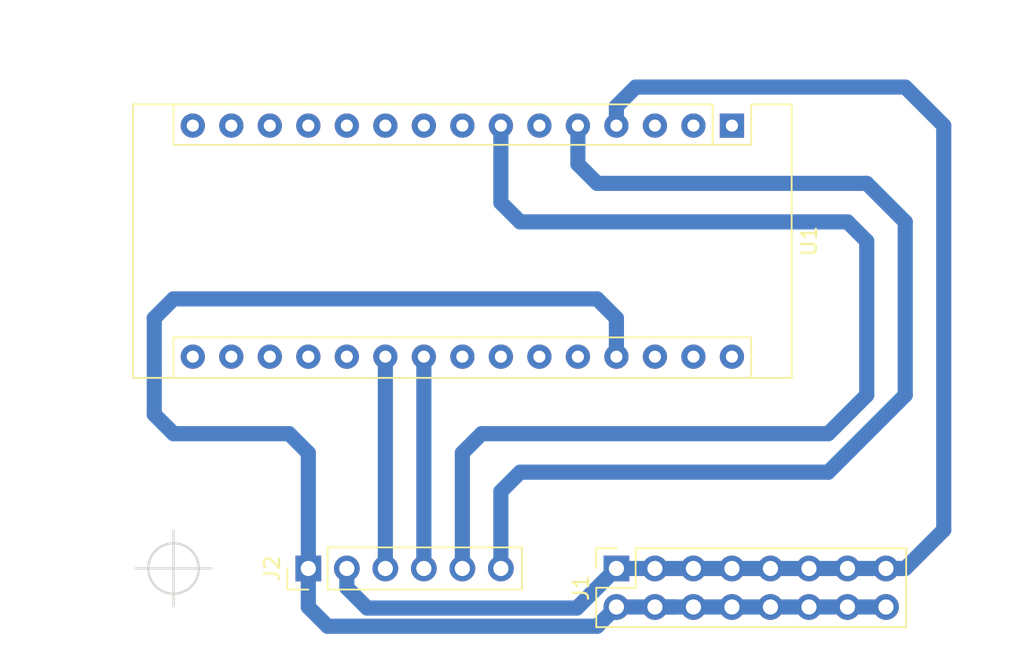
<source format=kicad_pcb>
(kicad_pcb (version 4) (host pcbnew 4.0.6)

  (general
    (links 22)
    (no_connects 0)
    (area 105.83143 52.07 178.648572 95.330001)
    (thickness 1.6)
    (drawings 7)
    (tracks 59)
    (zones 0)
    (modules 3)
    (nets 31)
  )

  (page A4)
  (layers
    (0 F.Cu signal)
    (31 B.Cu signal)
    (32 B.Adhes user)
    (33 F.Adhes user)
    (34 B.Paste user)
    (35 F.Paste user)
    (36 B.SilkS user)
    (37 F.SilkS user)
    (38 B.Mask user)
    (39 F.Mask user)
    (40 Dwgs.User user)
    (41 Cmts.User user)
    (42 Eco1.User user)
    (43 Eco2.User user)
    (44 Edge.Cuts user)
    (45 Margin user)
    (46 B.CrtYd user)
    (47 F.CrtYd user)
    (48 B.Fab user)
    (49 F.Fab user)
  )

  (setup
    (last_trace_width 1)
    (trace_clearance 0.2)
    (zone_clearance 0.508)
    (zone_45_only no)
    (trace_min 0.2)
    (segment_width 0.2)
    (edge_width 0.15)
    (via_size 1)
    (via_drill 0.9)
    (via_min_size 0.4)
    (via_min_drill 0.3)
    (uvia_size 0.3)
    (uvia_drill 0.1)
    (uvias_allowed no)
    (uvia_min_size 0.2)
    (uvia_min_drill 0.1)
    (pcb_text_width 0.3)
    (pcb_text_size 1.5 1.5)
    (mod_edge_width 0.15)
    (mod_text_size 1 1)
    (mod_text_width 0.15)
    (pad_size 1.524 1.524)
    (pad_drill 0.762)
    (pad_to_mask_clearance 0.2)
    (aux_axis_origin 0 0)
    (visible_elements FFFFFF7F)
    (pcbplotparams
      (layerselection 0x00030_80000001)
      (usegerberextensions false)
      (excludeedgelayer true)
      (linewidth 0.100000)
      (plotframeref false)
      (viasonmask false)
      (mode 1)
      (useauxorigin false)
      (hpglpennumber 1)
      (hpglpenspeed 20)
      (hpglpendiameter 15)
      (hpglpenoverlay 2)
      (psnegative false)
      (psa4output false)
      (plotreference true)
      (plotvalue true)
      (plotinvisibletext false)
      (padsonsilk false)
      (subtractmaskfromsilk false)
      (outputformat 1)
      (mirror false)
      (drillshape 1)
      (scaleselection 1)
      (outputdirectory ""))
  )

  (net 0 "")
  (net 1 "Net-(J1-Pad1)")
  (net 2 "Net-(J1-Pad10)")
  (net 3 "Net-(J2-Pad3)")
  (net 4 "Net-(J2-Pad4)")
  (net 5 "Net-(J2-Pad5)")
  (net 6 "Net-(J2-Pad6)")
  (net 7 "Net-(U1-Pad1)")
  (net 8 "Net-(U1-Pad17)")
  (net 9 "Net-(U1-Pad2)")
  (net 10 "Net-(U1-Pad18)")
  (net 11 "Net-(U1-Pad3)")
  (net 12 "Net-(U1-Pad19)")
  (net 13 "Net-(U1-Pad20)")
  (net 14 "Net-(U1-Pad6)")
  (net 15 "Net-(U1-Pad23)")
  (net 16 "Net-(U1-Pad8)")
  (net 17 "Net-(U1-Pad24)")
  (net 18 "Net-(U1-Pad9)")
  (net 19 "Net-(U1-Pad25)")
  (net 20 "Net-(U1-Pad10)")
  (net 21 "Net-(U1-Pad26)")
  (net 22 "Net-(U1-Pad11)")
  (net 23 "Net-(U1-Pad12)")
  (net 24 "Net-(U1-Pad28)")
  (net 25 "Net-(U1-Pad13)")
  (net 26 "Net-(U1-Pad14)")
  (net 27 "Net-(U1-Pad30)")
  (net 28 "Net-(U1-Pad15)")
  (net 29 "Net-(U1-Pad16)")
  (net 30 "Net-(U1-Pad29)")

  (net_class Default "Esta es la clase de red por defecto."
    (clearance 0.2)
    (trace_width 1)
    (via_dia 1)
    (via_drill 0.9)
    (uvia_dia 0.3)
    (uvia_drill 0.1)
    (add_net "Net-(J1-Pad1)")
    (add_net "Net-(J1-Pad10)")
    (add_net "Net-(J2-Pad3)")
    (add_net "Net-(J2-Pad4)")
    (add_net "Net-(J2-Pad5)")
    (add_net "Net-(J2-Pad6)")
    (add_net "Net-(U1-Pad1)")
    (add_net "Net-(U1-Pad10)")
    (add_net "Net-(U1-Pad11)")
    (add_net "Net-(U1-Pad12)")
    (add_net "Net-(U1-Pad13)")
    (add_net "Net-(U1-Pad14)")
    (add_net "Net-(U1-Pad15)")
    (add_net "Net-(U1-Pad16)")
    (add_net "Net-(U1-Pad17)")
    (add_net "Net-(U1-Pad18)")
    (add_net "Net-(U1-Pad19)")
    (add_net "Net-(U1-Pad2)")
    (add_net "Net-(U1-Pad20)")
    (add_net "Net-(U1-Pad23)")
    (add_net "Net-(U1-Pad24)")
    (add_net "Net-(U1-Pad25)")
    (add_net "Net-(U1-Pad26)")
    (add_net "Net-(U1-Pad28)")
    (add_net "Net-(U1-Pad29)")
    (add_net "Net-(U1-Pad3)")
    (add_net "Net-(U1-Pad30)")
    (add_net "Net-(U1-Pad6)")
    (add_net "Net-(U1-Pad8)")
    (add_net "Net-(U1-Pad9)")
  )

  (module Modules:Arduino_Nano (layer F.Cu) (tedit 58ACAF70) (tstamp 59A8B13F)
    (at 154.94 57.15 270)
    (descr "Arduino Nano, http://www.mouser.com/pdfdocs/Gravitech_Arduino_Nano3_0.pdf")
    (tags "Arduino Nano")
    (path /59A875C3)
    (fp_text reference U1 (at 7.62 -5.08 270) (layer F.SilkS)
      (effects (font (size 1 1) (thickness 0.15)))
    )
    (fp_text value arduino_nano (at 8.89 19.05 360) (layer F.Fab)
      (effects (font (size 1 1) (thickness 0.15)))
    )
    (fp_text user %R (at 6.35 19.05 360) (layer F.Fab)
      (effects (font (size 1 1) (thickness 0.15)))
    )
    (fp_line (start 1.27 1.27) (end 1.27 -1.27) (layer F.SilkS) (width 0.12))
    (fp_line (start 1.27 -1.27) (end -1.4 -1.27) (layer F.SilkS) (width 0.12))
    (fp_line (start -1.4 1.27) (end -1.4 39.5) (layer F.SilkS) (width 0.12))
    (fp_line (start -1.4 -3.94) (end -1.4 -1.27) (layer F.SilkS) (width 0.12))
    (fp_line (start 13.97 -1.27) (end 16.64 -1.27) (layer F.SilkS) (width 0.12))
    (fp_line (start 13.97 -1.27) (end 13.97 36.83) (layer F.SilkS) (width 0.12))
    (fp_line (start 13.97 36.83) (end 16.64 36.83) (layer F.SilkS) (width 0.12))
    (fp_line (start 1.27 1.27) (end -1.4 1.27) (layer F.SilkS) (width 0.12))
    (fp_line (start 1.27 1.27) (end 1.27 36.83) (layer F.SilkS) (width 0.12))
    (fp_line (start 1.27 36.83) (end -1.4 36.83) (layer F.SilkS) (width 0.12))
    (fp_line (start 3.81 31.75) (end 11.43 31.75) (layer F.Fab) (width 0.1))
    (fp_line (start 11.43 31.75) (end 11.43 41.91) (layer F.Fab) (width 0.1))
    (fp_line (start 11.43 41.91) (end 3.81 41.91) (layer F.Fab) (width 0.1))
    (fp_line (start 3.81 41.91) (end 3.81 31.75) (layer F.Fab) (width 0.1))
    (fp_line (start -1.4 39.5) (end 16.64 39.5) (layer F.SilkS) (width 0.12))
    (fp_line (start 16.64 39.5) (end 16.64 -3.94) (layer F.SilkS) (width 0.12))
    (fp_line (start 16.64 -3.94) (end -1.4 -3.94) (layer F.SilkS) (width 0.12))
    (fp_line (start 16.51 39.37) (end -1.27 39.37) (layer F.Fab) (width 0.1))
    (fp_line (start -1.27 39.37) (end -1.27 -2.54) (layer F.Fab) (width 0.1))
    (fp_line (start -1.27 -2.54) (end 0 -3.81) (layer F.Fab) (width 0.1))
    (fp_line (start 0 -3.81) (end 16.51 -3.81) (layer F.Fab) (width 0.1))
    (fp_line (start 16.51 -3.81) (end 16.51 39.37) (layer F.Fab) (width 0.1))
    (fp_line (start -1.53 -4.06) (end 16.75 -4.06) (layer F.CrtYd) (width 0.05))
    (fp_line (start -1.53 -4.06) (end -1.53 42.16) (layer F.CrtYd) (width 0.05))
    (fp_line (start 16.75 42.16) (end 16.75 -4.06) (layer F.CrtYd) (width 0.05))
    (fp_line (start 16.75 42.16) (end -1.53 42.16) (layer F.CrtYd) (width 0.05))
    (pad 1 thru_hole rect (at 0 0 270) (size 1.6 1.6) (drill 0.8) (layers *.Cu *.Mask)
      (net 7 "Net-(U1-Pad1)"))
    (pad 17 thru_hole oval (at 15.24 33.02 270) (size 1.6 1.6) (drill 0.8) (layers *.Cu *.Mask)
      (net 8 "Net-(U1-Pad17)"))
    (pad 2 thru_hole oval (at 0 2.54 270) (size 1.6 1.6) (drill 0.8) (layers *.Cu *.Mask)
      (net 9 "Net-(U1-Pad2)"))
    (pad 18 thru_hole oval (at 15.24 30.48 270) (size 1.6 1.6) (drill 0.8) (layers *.Cu *.Mask)
      (net 10 "Net-(U1-Pad18)"))
    (pad 3 thru_hole oval (at 0 5.08 270) (size 1.6 1.6) (drill 0.8) (layers *.Cu *.Mask)
      (net 11 "Net-(U1-Pad3)"))
    (pad 19 thru_hole oval (at 15.24 27.94 270) (size 1.6 1.6) (drill 0.8) (layers *.Cu *.Mask)
      (net 12 "Net-(U1-Pad19)"))
    (pad 4 thru_hole oval (at 0 7.62 270) (size 1.6 1.6) (drill 0.8) (layers *.Cu *.Mask)
      (net 1 "Net-(J1-Pad1)"))
    (pad 20 thru_hole oval (at 15.24 25.4 270) (size 1.6 1.6) (drill 0.8) (layers *.Cu *.Mask)
      (net 13 "Net-(U1-Pad20)"))
    (pad 5 thru_hole oval (at 0 10.16 270) (size 1.6 1.6) (drill 0.8) (layers *.Cu *.Mask)
      (net 6 "Net-(J2-Pad6)"))
    (pad 21 thru_hole oval (at 15.24 22.86 270) (size 1.6 1.6) (drill 0.8) (layers *.Cu *.Mask)
      (net 3 "Net-(J2-Pad3)"))
    (pad 6 thru_hole oval (at 0 12.7 270) (size 1.6 1.6) (drill 0.8) (layers *.Cu *.Mask)
      (net 14 "Net-(U1-Pad6)"))
    (pad 22 thru_hole oval (at 15.24 20.32 270) (size 1.6 1.6) (drill 0.8) (layers *.Cu *.Mask)
      (net 4 "Net-(J2-Pad4)"))
    (pad 7 thru_hole oval (at 0 15.24 270) (size 1.6 1.6) (drill 0.8) (layers *.Cu *.Mask)
      (net 5 "Net-(J2-Pad5)"))
    (pad 23 thru_hole oval (at 15.24 17.78 270) (size 1.6 1.6) (drill 0.8) (layers *.Cu *.Mask)
      (net 15 "Net-(U1-Pad23)"))
    (pad 8 thru_hole oval (at 0 17.78 270) (size 1.6 1.6) (drill 0.8) (layers *.Cu *.Mask)
      (net 16 "Net-(U1-Pad8)"))
    (pad 24 thru_hole oval (at 15.24 15.24 270) (size 1.6 1.6) (drill 0.8) (layers *.Cu *.Mask)
      (net 17 "Net-(U1-Pad24)"))
    (pad 9 thru_hole oval (at 0 20.32 270) (size 1.6 1.6) (drill 0.8) (layers *.Cu *.Mask)
      (net 18 "Net-(U1-Pad9)"))
    (pad 25 thru_hole oval (at 15.24 12.7 270) (size 1.6 1.6) (drill 0.8) (layers *.Cu *.Mask)
      (net 19 "Net-(U1-Pad25)"))
    (pad 10 thru_hole oval (at 0 22.86 270) (size 1.6 1.6) (drill 0.8) (layers *.Cu *.Mask)
      (net 20 "Net-(U1-Pad10)"))
    (pad 26 thru_hole oval (at 15.24 10.16 270) (size 1.6 1.6) (drill 0.8) (layers *.Cu *.Mask)
      (net 21 "Net-(U1-Pad26)"))
    (pad 11 thru_hole oval (at 0 25.4 270) (size 1.6 1.6) (drill 0.8) (layers *.Cu *.Mask)
      (net 22 "Net-(U1-Pad11)"))
    (pad 27 thru_hole oval (at 15.24 7.62 270) (size 1.6 1.6) (drill 0.8) (layers *.Cu *.Mask)
      (net 2 "Net-(J1-Pad10)"))
    (pad 12 thru_hole oval (at 0 27.94 270) (size 1.6 1.6) (drill 0.8) (layers *.Cu *.Mask)
      (net 23 "Net-(U1-Pad12)"))
    (pad 28 thru_hole oval (at 15.24 5.08 270) (size 1.6 1.6) (drill 0.8) (layers *.Cu *.Mask)
      (net 24 "Net-(U1-Pad28)"))
    (pad 13 thru_hole oval (at 0 30.48 270) (size 1.6 1.6) (drill 0.8) (layers *.Cu *.Mask)
      (net 25 "Net-(U1-Pad13)"))
    (pad 29 thru_hole oval (at 15.24 2.54 270) (size 1.6 1.6) (drill 0.8) (layers *.Cu *.Mask)
      (net 30 "Net-(U1-Pad29)"))
    (pad 14 thru_hole oval (at 0 33.02 270) (size 1.6 1.6) (drill 0.8) (layers *.Cu *.Mask)
      (net 26 "Net-(U1-Pad14)"))
    (pad 30 thru_hole oval (at 15.24 0 270) (size 1.6 1.6) (drill 0.8) (layers *.Cu *.Mask)
      (net 27 "Net-(U1-Pad30)"))
    (pad 15 thru_hole oval (at 0 35.56 270) (size 1.6 1.6) (drill 0.8) (layers *.Cu *.Mask)
      (net 28 "Net-(U1-Pad15)"))
    (pad 16 thru_hole oval (at 15.24 35.56 270) (size 1.6 1.6) (drill 0.8) (layers *.Cu *.Mask)
      (net 29 "Net-(U1-Pad16)"))
  )

  (module Socket_Strips:Socket_Strip_Straight_2x08_Pitch2.54mm (layer F.Cu) (tedit 588DE958) (tstamp 59A8B113)
    (at 147.32 86.36 90)
    (descr "Through hole straight socket strip, 2x08, 2.54mm pitch, double rows")
    (tags "Through hole socket strip THT 2x08 2.54mm double row")
    (path /59A8ABB7)
    (fp_text reference J1 (at -1.27 -2.33 90) (layer F.SilkS)
      (effects (font (size 1 1) (thickness 0.15)))
    )
    (fp_text value CONN_02X08 (at -1.27 20.11 90) (layer F.Fab)
      (effects (font (size 1 1) (thickness 0.15)))
    )
    (fp_line (start -3.81 -1.27) (end -3.81 19.05) (layer F.Fab) (width 0.1))
    (fp_line (start -3.81 19.05) (end 1.27 19.05) (layer F.Fab) (width 0.1))
    (fp_line (start 1.27 19.05) (end 1.27 -1.27) (layer F.Fab) (width 0.1))
    (fp_line (start 1.27 -1.27) (end -3.81 -1.27) (layer F.Fab) (width 0.1))
    (fp_line (start 1.33 1.27) (end 1.33 19.11) (layer F.SilkS) (width 0.12))
    (fp_line (start 1.33 19.11) (end -3.87 19.11) (layer F.SilkS) (width 0.12))
    (fp_line (start -3.87 19.11) (end -3.87 -1.33) (layer F.SilkS) (width 0.12))
    (fp_line (start -3.87 -1.33) (end -1.27 -1.33) (layer F.SilkS) (width 0.12))
    (fp_line (start -1.27 -1.33) (end -1.27 1.27) (layer F.SilkS) (width 0.12))
    (fp_line (start -1.27 1.27) (end 1.33 1.27) (layer F.SilkS) (width 0.12))
    (fp_line (start 1.33 0) (end 1.33 -1.33) (layer F.SilkS) (width 0.12))
    (fp_line (start 1.33 -1.33) (end 0.06 -1.33) (layer F.SilkS) (width 0.12))
    (fp_line (start -4.1 -1.55) (end -4.1 19.3) (layer F.CrtYd) (width 0.05))
    (fp_line (start -4.1 19.3) (end 1.55 19.3) (layer F.CrtYd) (width 0.05))
    (fp_line (start 1.55 19.3) (end 1.55 -1.55) (layer F.CrtYd) (width 0.05))
    (fp_line (start 1.55 -1.55) (end -4.1 -1.55) (layer F.CrtYd) (width 0.05))
    (pad 1 thru_hole rect (at 0 0 90) (size 1.7 1.7) (drill 1) (layers *.Cu *.Mask)
      (net 1 "Net-(J1-Pad1)"))
    (pad 2 thru_hole oval (at -2.54 0 90) (size 1.7 1.7) (drill 1) (layers *.Cu *.Mask)
      (net 2 "Net-(J1-Pad10)"))
    (pad 3 thru_hole oval (at 0 2.54 90) (size 1.7 1.7) (drill 1) (layers *.Cu *.Mask)
      (net 1 "Net-(J1-Pad1)"))
    (pad 4 thru_hole oval (at -2.54 2.54 90) (size 1.7 1.7) (drill 1) (layers *.Cu *.Mask)
      (net 2 "Net-(J1-Pad10)"))
    (pad 5 thru_hole oval (at 0 5.08 90) (size 1.7 1.7) (drill 1) (layers *.Cu *.Mask)
      (net 1 "Net-(J1-Pad1)"))
    (pad 6 thru_hole oval (at -2.54 5.08 90) (size 1.7 1.7) (drill 1) (layers *.Cu *.Mask)
      (net 2 "Net-(J1-Pad10)"))
    (pad 7 thru_hole oval (at 0 7.62 90) (size 1.7 1.7) (drill 1) (layers *.Cu *.Mask)
      (net 1 "Net-(J1-Pad1)"))
    (pad 8 thru_hole oval (at -2.54 7.62 90) (size 1.7 1.7) (drill 1) (layers *.Cu *.Mask)
      (net 2 "Net-(J1-Pad10)"))
    (pad 9 thru_hole oval (at 0 10.16 90) (size 1.7 1.7) (drill 1) (layers *.Cu *.Mask)
      (net 1 "Net-(J1-Pad1)"))
    (pad 10 thru_hole oval (at -2.54 10.16 90) (size 1.7 1.7) (drill 1) (layers *.Cu *.Mask)
      (net 2 "Net-(J1-Pad10)"))
    (pad 11 thru_hole oval (at 0 12.7 90) (size 1.7 1.7) (drill 1) (layers *.Cu *.Mask)
      (net 1 "Net-(J1-Pad1)"))
    (pad 12 thru_hole oval (at -2.54 12.7 90) (size 1.7 1.7) (drill 1) (layers *.Cu *.Mask)
      (net 2 "Net-(J1-Pad10)"))
    (pad 13 thru_hole oval (at 0 15.24 90) (size 1.7 1.7) (drill 1) (layers *.Cu *.Mask)
      (net 1 "Net-(J1-Pad1)"))
    (pad 14 thru_hole oval (at -2.54 15.24 90) (size 1.7 1.7) (drill 1) (layers *.Cu *.Mask)
      (net 2 "Net-(J1-Pad10)"))
    (pad 15 thru_hole oval (at 0 17.78 90) (size 1.7 1.7) (drill 1) (layers *.Cu *.Mask)
      (net 1 "Net-(J1-Pad1)"))
    (pad 16 thru_hole oval (at -2.54 17.78 90) (size 1.7 1.7) (drill 1) (layers *.Cu *.Mask)
      (net 2 "Net-(J1-Pad10)"))
    (model Socket_Strips.3dshapes/Socket_Strip_Straight_2x08_Pitch2.54mm.wrl
      (at (xyz -0.05 -0.35 0))
      (scale (xyz 1 1 1))
      (rotate (xyz 0 0 270))
    )
  )

  (module Pin_Headers:Pin_Header_Straight_1x06_Pitch2.54mm (layer F.Cu) (tedit 5862ED52) (tstamp 59A8B11D)
    (at 127 86.36 90)
    (descr "Through hole straight pin header, 1x06, 2.54mm pitch, single row")
    (tags "Through hole pin header THT 1x06 2.54mm single row")
    (path /59A8AC46)
    (fp_text reference J2 (at 0 -2.39 90) (layer F.SilkS)
      (effects (font (size 1 1) (thickness 0.15)))
    )
    (fp_text value CONN_01X06 (at 0 15.09 90) (layer F.Fab)
      (effects (font (size 1 1) (thickness 0.15)))
    )
    (fp_line (start -1.27 -1.27) (end -1.27 13.97) (layer F.Fab) (width 0.1))
    (fp_line (start -1.27 13.97) (end 1.27 13.97) (layer F.Fab) (width 0.1))
    (fp_line (start 1.27 13.97) (end 1.27 -1.27) (layer F.Fab) (width 0.1))
    (fp_line (start 1.27 -1.27) (end -1.27 -1.27) (layer F.Fab) (width 0.1))
    (fp_line (start -1.39 1.27) (end -1.39 14.09) (layer F.SilkS) (width 0.12))
    (fp_line (start -1.39 14.09) (end 1.39 14.09) (layer F.SilkS) (width 0.12))
    (fp_line (start 1.39 14.09) (end 1.39 1.27) (layer F.SilkS) (width 0.12))
    (fp_line (start 1.39 1.27) (end -1.39 1.27) (layer F.SilkS) (width 0.12))
    (fp_line (start -1.39 0) (end -1.39 -1.39) (layer F.SilkS) (width 0.12))
    (fp_line (start -1.39 -1.39) (end 0 -1.39) (layer F.SilkS) (width 0.12))
    (fp_line (start -1.6 -1.6) (end -1.6 14.3) (layer F.CrtYd) (width 0.05))
    (fp_line (start -1.6 14.3) (end 1.6 14.3) (layer F.CrtYd) (width 0.05))
    (fp_line (start 1.6 14.3) (end 1.6 -1.6) (layer F.CrtYd) (width 0.05))
    (fp_line (start 1.6 -1.6) (end -1.6 -1.6) (layer F.CrtYd) (width 0.05))
    (pad 1 thru_hole rect (at 0 0 90) (size 1.7 1.7) (drill 1) (layers *.Cu *.Mask)
      (net 2 "Net-(J1-Pad10)"))
    (pad 2 thru_hole oval (at 0 2.54 90) (size 1.7 1.7) (drill 1) (layers *.Cu *.Mask)
      (net 1 "Net-(J1-Pad1)"))
    (pad 3 thru_hole oval (at 0 5.08 90) (size 1.7 1.7) (drill 1) (layers *.Cu *.Mask)
      (net 3 "Net-(J2-Pad3)"))
    (pad 4 thru_hole oval (at 0 7.62 90) (size 1.7 1.7) (drill 1) (layers *.Cu *.Mask)
      (net 4 "Net-(J2-Pad4)"))
    (pad 5 thru_hole oval (at 0 10.16 90) (size 1.7 1.7) (drill 1) (layers *.Cu *.Mask)
      (net 5 "Net-(J2-Pad5)"))
    (pad 6 thru_hole oval (at 0 12.7 90) (size 1.7 1.7) (drill 1) (layers *.Cu *.Mask)
      (net 6 "Net-(J2-Pad6)"))
    (model Pin_Headers.3dshapes/Pin_Header_Straight_1x06_Pitch2.54mm.wrl
      (at (xyz 0 -0.25 0))
      (scale (xyz 1 1 1))
      (rotate (xyz 0 0 90))
    )
  )

  (target plus (at 118.11 86.36) (size 5) (width 0.15) (layer Edge.Cuts))
  (dimension 8.89 (width 0.3) (layer F.Mask)
    (gr_text 8,890mm (at 139.7 85.09 90) (layer F.Mask)
      (effects (font (size 1.5 1.5) (thickness 0.3)))
    )
    (feature1 (pts (xy 137.16 82.55) (xy 137.16 82.55)))
    (feature2 (pts (xy 137.16 91.44) (xy 137.16 91.44)))
    (crossbar (pts (xy 137.16 91.44) (xy 137.16 82.55)))
    (arrow1a (pts (xy 137.16 82.55) (xy 137.746421 83.676504)))
    (arrow1b (pts (xy 137.16 82.55) (xy 136.573579 83.676504)))
    (arrow2a (pts (xy 137.16 91.44) (xy 137.746421 90.313496)))
    (arrow2b (pts (xy 137.16 91.44) (xy 136.573579 90.313496)))
  )
  (dimension 22.86 (width 0.3) (layer F.Mask)
    (gr_text 22,860mm (at 125.73 82.55) (layer F.Mask)
      (effects (font (size 1.5 1.5) (thickness 0.3)))
    )
    (feature1 (pts (xy 137.16 82.55) (xy 137.16 82.55)))
    (feature2 (pts (xy 114.3 82.55) (xy 114.3 82.55)))
    (crossbar (pts (xy 114.3 82.55) (xy 137.16 82.55)))
    (arrow1a (pts (xy 137.16 82.55) (xy 136.033496 83.136421)))
    (arrow1b (pts (xy 137.16 82.55) (xy 136.033496 81.963579)))
    (arrow2a (pts (xy 114.3 82.55) (xy 115.426504 83.136421)))
    (arrow2b (pts (xy 114.3 82.55) (xy 115.426504 81.963579)))
  )
  (dimension 39.37 (width 0.3) (layer F.Mask)
    (gr_text 39,370mm (at 172.72 68.58 270) (layer F.Mask)
      (effects (font (size 1.5 1.5) (thickness 0.3)))
    )
    (feature1 (pts (xy 170.18 91.44) (xy 170.18 91.44)))
    (feature2 (pts (xy 170.18 52.07) (xy 170.18 52.07)))
    (crossbar (pts (xy 170.18 52.07) (xy 170.18 91.44)))
    (arrow1a (pts (xy 170.18 91.44) (xy 169.593579 90.313496)))
    (arrow1b (pts (xy 170.18 91.44) (xy 170.766421 90.313496)))
    (arrow2a (pts (xy 170.18 52.07) (xy 169.593579 53.196504)))
    (arrow2b (pts (xy 170.18 52.07) (xy 170.766421 53.196504)))
  )
  (dimension 55.88 (width 0.3) (layer F.Mask)
    (gr_text 55,880mm (at 142.24 53.42) (layer F.Mask)
      (effects (font (size 1.5 1.5) (thickness 0.3)))
    )
    (feature1 (pts (xy 170.18 52.07) (xy 170.18 54.77)))
    (feature2 (pts (xy 114.3 52.07) (xy 114.3 54.77)))
    (crossbar (pts (xy 114.3 52.07) (xy 170.18 52.07)))
    (arrow1a (pts (xy 170.18 52.07) (xy 169.053496 52.656421)))
    (arrow1b (pts (xy 170.18 52.07) (xy 169.053496 51.483579)))
    (arrow2a (pts (xy 114.3 52.07) (xy 115.426504 52.656421)))
    (arrow2b (pts (xy 114.3 52.07) (xy 115.426504 51.483579)))
  )
  (dimension 39.37 (width 0.3) (layer F.Mask)
    (gr_text 39,370mm (at 111.76 69.85 90) (layer F.Mask)
      (effects (font (size 1.5 1.5) (thickness 0.3)))
    )
    (feature1 (pts (xy 114.3 52.07) (xy 114.3 52.07)))
    (feature2 (pts (xy 114.3 91.44) (xy 114.3 91.44)))
    (crossbar (pts (xy 114.3 91.44) (xy 114.3 52.07)))
    (arrow1a (pts (xy 114.3 52.07) (xy 114.886421 53.196504)))
    (arrow1b (pts (xy 114.3 52.07) (xy 113.713579 53.196504)))
    (arrow2a (pts (xy 114.3 91.44) (xy 114.886421 90.313496)))
    (arrow2b (pts (xy 114.3 91.44) (xy 113.713579 90.313496)))
  )
  (dimension 55.88 (width 0.3) (layer F.Mask)
    (gr_text 55,880mm (at 142.24 93.98) (layer F.Mask)
      (effects (font (size 1.5 1.5) (thickness 0.3)))
    )
    (feature1 (pts (xy 170.18 91.44) (xy 170.18 91.44)))
    (feature2 (pts (xy 114.3 91.44) (xy 114.3 91.44)))
    (crossbar (pts (xy 114.3 91.44) (xy 170.18 91.44)))
    (arrow1a (pts (xy 170.18 91.44) (xy 169.053496 92.026421)))
    (arrow1b (pts (xy 170.18 91.44) (xy 169.053496 90.853579)))
    (arrow2a (pts (xy 114.3 91.44) (xy 115.426504 92.026421)))
    (arrow2b (pts (xy 114.3 91.44) (xy 115.426504 90.853579)))
  )

  (segment (start 165.1 86.36) (end 166.37 86.36) (width 1) (layer B.Cu) (net 1) (status 400000))
  (segment (start 147.32 55.88) (end 147.32 57.15) (width 1) (layer B.Cu) (net 1) (tstamp 59B15732) (status 800000))
  (segment (start 148.59 54.61) (end 147.32 55.88) (width 1) (layer B.Cu) (net 1) (tstamp 59B15731))
  (segment (start 166.37 54.61) (end 148.59 54.61) (width 1) (layer B.Cu) (net 1) (tstamp 59B15730))
  (segment (start 168.91 57.15) (end 166.37 54.61) (width 1) (layer B.Cu) (net 1) (tstamp 59B1572F))
  (segment (start 168.91 83.82) (end 168.91 57.15) (width 1) (layer B.Cu) (net 1) (tstamp 59B1572E))
  (segment (start 166.37 86.36) (end 168.91 83.82) (width 1) (layer B.Cu) (net 1) (tstamp 59B1572D))
  (segment (start 147.32 86.36) (end 149.86 86.36) (width 1) (layer B.Cu) (net 1))
  (segment (start 149.86 86.36) (end 152.4 86.36) (width 1) (layer B.Cu) (net 1) (tstamp 59B156FA))
  (segment (start 152.4 86.36) (end 154.94 86.36) (width 1) (layer B.Cu) (net 1) (tstamp 59B156FB))
  (segment (start 154.94 86.36) (end 157.48 86.36) (width 1) (layer B.Cu) (net 1) (tstamp 59B156FC))
  (segment (start 157.48 86.36) (end 160.02 86.36) (width 1) (layer B.Cu) (net 1) (tstamp 59B156FD))
  (segment (start 160.02 86.36) (end 162.56 86.36) (width 1) (layer B.Cu) (net 1) (tstamp 59B156FE))
  (segment (start 162.56 86.36) (end 165.1 86.36) (width 1) (layer B.Cu) (net 1) (tstamp 59B156FF))
  (segment (start 129.54 86.36) (end 129.54 87.63) (width 1) (layer B.Cu) (net 1))
  (segment (start 144.710002 88.969998) (end 147.32 86.36) (width 1) (layer B.Cu) (net 1) (tstamp 59B156EE))
  (segment (start 130.879998 88.969998) (end 144.710002 88.969998) (width 1) (layer B.Cu) (net 1) (tstamp 59B156ED))
  (segment (start 129.54 87.63) (end 130.879998 88.969998) (width 1) (layer B.Cu) (net 1) (tstamp 59B156EC))
  (segment (start 127 86.36) (end 127 78.74) (width 1) (layer B.Cu) (net 2) (status 400000))
  (segment (start 147.32 69.85) (end 147.32 72.39) (width 1) (layer B.Cu) (net 2) (tstamp 59B1573C) (status 800000))
  (segment (start 146.05 68.58) (end 147.32 69.85) (width 1) (layer B.Cu) (net 2) (tstamp 59B1573B))
  (segment (start 118.11 68.58) (end 146.05 68.58) (width 1) (layer B.Cu) (net 2) (tstamp 59B1573A))
  (segment (start 116.84 69.85) (end 118.11 68.58) (width 1) (layer B.Cu) (net 2) (tstamp 59B15739))
  (segment (start 116.84 76.2) (end 116.84 69.85) (width 1) (layer B.Cu) (net 2) (tstamp 59B15738))
  (segment (start 118.11 77.47) (end 116.84 76.2) (width 1) (layer B.Cu) (net 2) (tstamp 59B15737))
  (segment (start 125.73 77.47) (end 118.11 77.47) (width 1) (layer B.Cu) (net 2) (tstamp 59B15736))
  (segment (start 127 78.74) (end 125.73 77.47) (width 1) (layer B.Cu) (net 2) (tstamp 59B15735))
  (segment (start 147.32 88.9) (end 151.13 88.9) (width 1) (layer B.Cu) (net 2))
  (segment (start 151.13 88.9) (end 149.86 88.9) (width 1) (layer B.Cu) (net 2) (tstamp 59B156F1))
  (segment (start 149.86 88.9) (end 152.4 88.9) (width 1) (layer B.Cu) (net 2) (tstamp 59B156F2))
  (segment (start 152.4 88.9) (end 154.94 88.9) (width 1) (layer B.Cu) (net 2) (tstamp 59B156F3))
  (segment (start 154.94 88.9) (end 157.48 88.9) (width 1) (layer B.Cu) (net 2) (tstamp 59B156F4))
  (segment (start 157.48 88.9) (end 160.02 88.9) (width 1) (layer B.Cu) (net 2) (tstamp 59B156F5))
  (segment (start 160.02 88.9) (end 162.56 88.9) (width 1) (layer B.Cu) (net 2) (tstamp 59B156F6))
  (segment (start 162.56 88.9) (end 165.1 88.9) (width 1) (layer B.Cu) (net 2) (tstamp 59B156F7))
  (segment (start 127 86.36) (end 127 88.9) (width 1) (layer B.Cu) (net 2))
  (segment (start 146.05 90.17) (end 147.32 88.9) (width 1) (layer B.Cu) (net 2) (tstamp 59B156E9))
  (segment (start 128.27 90.17) (end 146.05 90.17) (width 1) (layer B.Cu) (net 2) (tstamp 59B156E8))
  (segment (start 127 88.9) (end 128.27 90.17) (width 1) (layer B.Cu) (net 2) (tstamp 59B156E7))
  (segment (start 132.08 86.36) (end 132.08 72.39) (width 1) (layer B.Cu) (net 3))
  (segment (start 134.62 86.36) (end 134.62 72.39) (width 1) (layer B.Cu) (net 4))
  (segment (start 137.16 86.36) (end 137.16 78.74) (width 1) (layer B.Cu) (net 5))
  (segment (start 139.7 62.23) (end 139.7 57.15) (width 1) (layer B.Cu) (net 5) (tstamp 59B1570D))
  (segment (start 140.97 63.5) (end 139.7 62.23) (width 1) (layer B.Cu) (net 5) (tstamp 59B1570C))
  (segment (start 162.56 63.5) (end 140.97 63.5) (width 1) (layer B.Cu) (net 5) (tstamp 59B1570B))
  (segment (start 163.83 64.77) (end 162.56 63.5) (width 1) (layer B.Cu) (net 5) (tstamp 59B1570A))
  (segment (start 163.83 74.93) (end 163.83 64.77) (width 1) (layer B.Cu) (net 5) (tstamp 59B15709))
  (segment (start 161.29 77.47) (end 163.83 74.93) (width 1) (layer B.Cu) (net 5) (tstamp 59B15708))
  (segment (start 138.43 77.47) (end 161.29 77.47) (width 1) (layer B.Cu) (net 5) (tstamp 59B15707))
  (segment (start 137.16 78.74) (end 138.43 77.47) (width 1) (layer B.Cu) (net 5) (tstamp 59B15706))
  (segment (start 139.7 86.36) (end 139.7 81.28) (width 1) (layer B.Cu) (net 6))
  (segment (start 144.78 59.69) (end 144.78 57.15) (width 1) (layer B.Cu) (net 6) (tstamp 59B15717))
  (segment (start 146.05 60.96) (end 144.78 59.69) (width 1) (layer B.Cu) (net 6) (tstamp 59B15716))
  (segment (start 163.83 60.96) (end 146.05 60.96) (width 1) (layer B.Cu) (net 6) (tstamp 59B15715))
  (segment (start 166.37 63.5) (end 163.83 60.96) (width 1) (layer B.Cu) (net 6) (tstamp 59B15714))
  (segment (start 166.37 74.93) (end 166.37 63.5) (width 1) (layer B.Cu) (net 6) (tstamp 59B15713))
  (segment (start 161.29 80.01) (end 166.37 74.93) (width 1) (layer B.Cu) (net 6) (tstamp 59B15712))
  (segment (start 140.97 80.01) (end 161.29 80.01) (width 1) (layer B.Cu) (net 6) (tstamp 59B15711))
  (segment (start 139.7 81.28) (end 140.97 80.01) (width 1) (layer B.Cu) (net 6) (tstamp 59B15710))

)

</source>
